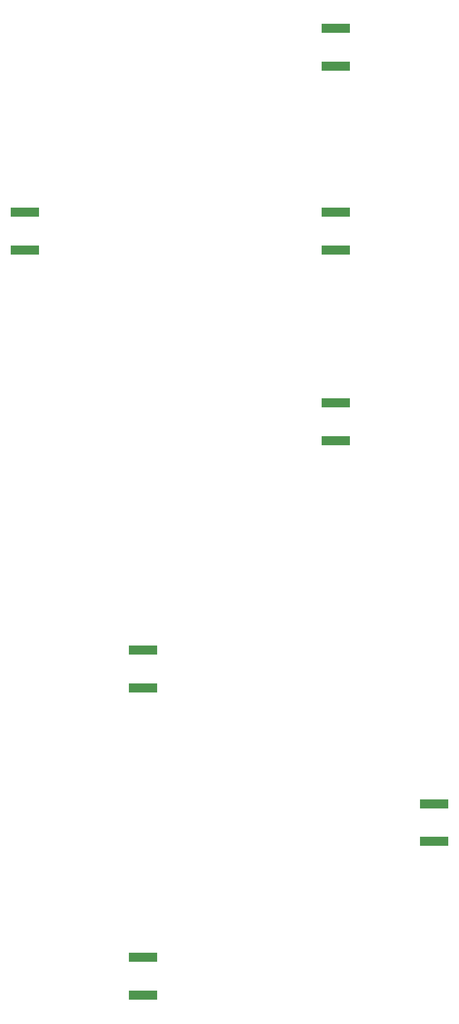
<source format=gbr>
%TF.GenerationSoftware,KiCad,Pcbnew,(5.1.6)-1*%
%TF.CreationDate,2021-12-16T16:10:30-05:00*%
%TF.ProjectId,RFID_PROJECT,52464944-5f50-4524-9f4a-4543542e6b69,c*%
%TF.SameCoordinates,Original*%
%TF.FileFunction,Paste,Bot*%
%TF.FilePolarity,Positive*%
%FSLAX46Y46*%
G04 Gerber Fmt 4.6, Leading zero omitted, Abs format (unit mm)*
G04 Created by KiCad (PCBNEW (5.1.6)-1) date 2021-12-16 16:10:30*
%MOMM*%
%LPD*%
G01*
G04 APERTURE LIST*
%ADD10R,4.200000X1.350000*%
G04 APERTURE END LIST*
D10*
%TO.C,J1*%
X85500000Y-58175000D03*
X85500000Y-63825000D03*
%TD*%
%TO.C,J2*%
X132030001Y-30675000D03*
X132030001Y-36325000D03*
%TD*%
%TO.C,J3*%
X132030001Y-63825000D03*
X132030001Y-58175000D03*
%TD*%
%TO.C,J4*%
X132030001Y-86675000D03*
X132030001Y-92325000D03*
%TD*%
%TO.C,J5*%
X103200000Y-123675000D03*
X103200000Y-129325000D03*
%TD*%
%TO.C,J6*%
X103200000Y-169675000D03*
X103200000Y-175325000D03*
%TD*%
%TO.C,J7*%
X146800000Y-146675000D03*
X146800000Y-152325000D03*
%TD*%
M02*

</source>
